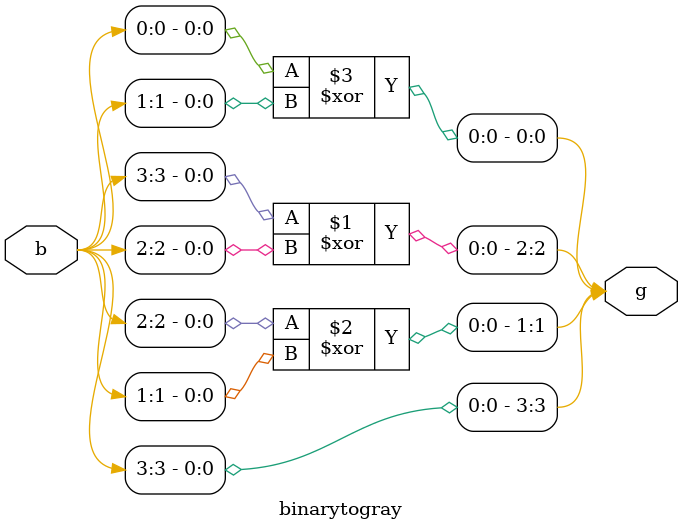
<source format=sv>
module binarytogray(
input [0:3]b,
output [0:3]g
);

assign g[3] = b[3];
assign g[2] = b[3]^b[2];
assign g[1] = b[2]^b[1];
assign g[0] = b[0]^b[1];

endmodule

</source>
